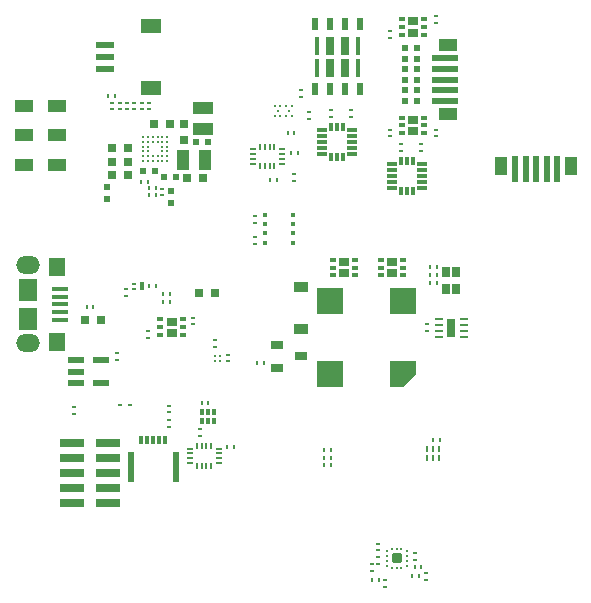
<source format=gbp>
G04*
G04 #@! TF.GenerationSoftware,Altium Limited,Altium Designer,21.0.9 (235)*
G04*
G04 Layer_Color=128*
%FSLAX24Y24*%
%MOIN*%
G70*
G04*
G04 #@! TF.SameCoordinates,7913F74A-1B9B-402C-A4C5-A7CF04877313*
G04*
G04*
G04 #@! TF.FilePolarity,Positive*
G04*
G01*
G75*
%ADD23O,0.0091X0.0098*%
%ADD24O,0.0098X0.0091*%
G04:AMPARAMS|DCode=25|XSize=33.5mil|YSize=33.5mil|CornerRadius=4.2mil|HoleSize=0mil|Usage=FLASHONLY|Rotation=180.000|XOffset=0mil|YOffset=0mil|HoleType=Round|Shape=RoundedRectangle|*
%AMROUNDEDRECTD25*
21,1,0.0335,0.0251,0,0,180.0*
21,1,0.0251,0.0335,0,0,180.0*
1,1,0.0084,-0.0125,0.0125*
1,1,0.0084,0.0125,0.0125*
1,1,0.0084,0.0125,-0.0125*
1,1,0.0084,-0.0125,-0.0125*
%
%ADD25ROUNDEDRECTD25*%
%ADD26R,0.0106X0.0118*%
%ADD27R,0.0118X0.0106*%
%ADD29R,0.0315X0.0295*%
%ADD30R,0.0295X0.0315*%
%ADD32R,0.0236X0.0197*%
%ADD157C,0.0098*%
%ADD167C,0.0093*%
%ADD169R,0.0118X0.0193*%
%ADD170R,0.0118X0.0205*%
%ADD171R,0.0571X0.0217*%
%ADD172R,0.0571X0.0217*%
%ADD175R,0.0197X0.0433*%
%ADD176R,0.0138X0.0591*%
%ADD177R,0.0276X0.0591*%
%ADD178R,0.0866X0.0866*%
%ADD179R,0.0157X0.0098*%
%ADD180R,0.0157X0.0276*%
%ADD181R,0.0295X0.0591*%
%ADD182R,0.0256X0.0098*%
%ADD183R,0.0799X0.0299*%
%ADD184R,0.0622X0.0417*%
%ADD185R,0.0858X0.0236*%
%ADD186R,0.0551X0.0630*%
%ADD187R,0.0610X0.0748*%
%ADD188R,0.0531X0.0157*%
%ADD189R,0.0630X0.0394*%
%ADD190R,0.0236X0.0217*%
%ADD191R,0.0256X0.0335*%
%ADD192R,0.0236X0.1024*%
%ADD193R,0.0118X0.0315*%
%ADD194C,0.0083*%
%ADD195R,0.0364X0.0118*%
%ADD196R,0.0157X0.0157*%
%ADD197R,0.0610X0.0236*%
%ADD198R,0.0709X0.0472*%
%ADD199R,0.0709X0.0394*%
%ADD200R,0.0098X0.0207*%
%ADD201R,0.0142X0.0098*%
%ADD202R,0.0480X0.0360*%
%ADD203R,0.0400X0.0300*%
%ADD204R,0.0362X0.0280*%
%ADD205R,0.0217X0.0165*%
%ADD206R,0.0217X0.0236*%
%ADD207R,0.0394X0.0709*%
%ADD208R,0.0417X0.0622*%
%ADD209R,0.0236X0.0858*%
%ADD264O,0.0787X0.0591*%
%ADD265O,0.0240X0.0071*%
%ADD266O,0.0071X0.0240*%
G36*
X13504Y7638D02*
X13071Y7205D01*
X12638D01*
Y8071D01*
X13504D01*
Y7638D01*
D02*
G37*
G36*
Y9646D02*
X12638D01*
Y10512D01*
X13504D01*
Y9646D01*
D02*
G37*
D23*
X12530Y1755D02*
D03*
Y1577D02*
D03*
X12530Y1400D02*
D03*
X12530Y1223D02*
D03*
X13195Y1755D02*
D03*
Y1577D02*
D03*
Y1400D02*
D03*
Y1223D02*
D03*
D24*
X12705Y1821D02*
D03*
X12863D02*
D03*
X13020D02*
D03*
Y1156D02*
D03*
X12863D02*
D03*
X12705D02*
D03*
D25*
X12863Y1489D02*
D03*
D26*
X4823Y13836D02*
D03*
X4599D02*
D03*
X8638Y14110D02*
D03*
X8862D02*
D03*
X9338Y15010D02*
D03*
X9562D02*
D03*
X6358Y6660D02*
D03*
X6582D02*
D03*
X4618Y10570D02*
D03*
X4842D02*
D03*
X5088Y10050D02*
D03*
X5312D02*
D03*
X5312Y10300D02*
D03*
X5088Y10300D02*
D03*
X10662Y5100D02*
D03*
X10438D02*
D03*
X10662Y4850D02*
D03*
X10438D02*
D03*
X10662Y4600D02*
D03*
X10438D02*
D03*
X14076Y5430D02*
D03*
X14300Y5430D02*
D03*
X8198Y8010D02*
D03*
X8422D02*
D03*
X13460Y1219D02*
D03*
X13685D02*
D03*
X14192Y10659D02*
D03*
X13968D02*
D03*
X14192Y10929D02*
D03*
X13968D02*
D03*
X14192Y11199D02*
D03*
X13968D02*
D03*
X4823Y13596D02*
D03*
X4599D02*
D03*
X3472Y16900D02*
D03*
X3248D02*
D03*
X4562Y14050D02*
D03*
X4338D02*
D03*
X13382Y900D02*
D03*
X13606D02*
D03*
X12265Y759D02*
D03*
X12040D02*
D03*
X2528Y9860D02*
D03*
X2752D02*
D03*
X9452Y15660D02*
D03*
X9228D02*
D03*
X7208Y5220D02*
D03*
X7432D02*
D03*
D27*
X9447Y14085D02*
D03*
Y14309D02*
D03*
X7224Y8281D02*
D03*
Y8057D02*
D03*
X6801Y8774D02*
D03*
Y8549D02*
D03*
X4588Y8832D02*
D03*
Y9056D02*
D03*
X4361Y16681D02*
D03*
Y16456D02*
D03*
X5051Y13818D02*
D03*
Y13594D02*
D03*
X12033Y1087D02*
D03*
Y1311D02*
D03*
X9660Y16878D02*
D03*
Y17102D02*
D03*
X3550Y8107D02*
D03*
Y8332D02*
D03*
X3840Y10248D02*
D03*
Y10472D02*
D03*
X3881Y16456D02*
D03*
Y16681D02*
D03*
X11330Y16218D02*
D03*
Y16442D02*
D03*
X6310Y5568D02*
D03*
Y5792D02*
D03*
X6082Y9294D02*
D03*
Y9518D02*
D03*
X12634Y15786D02*
D03*
Y15562D02*
D03*
X14178Y15786D02*
D03*
Y15562D02*
D03*
X12630Y19062D02*
D03*
Y18838D02*
D03*
X14178Y19349D02*
D03*
Y19573D02*
D03*
X3370Y16682D02*
D03*
Y16458D02*
D03*
X3641Y16681D02*
D03*
Y16456D02*
D03*
X4121Y16456D02*
D03*
Y16681D02*
D03*
X4601Y16456D02*
D03*
Y16681D02*
D03*
X10680Y16442D02*
D03*
Y16218D02*
D03*
X13463Y1661D02*
D03*
Y1437D02*
D03*
X13824Y991D02*
D03*
X13824Y767D02*
D03*
X12243Y1541D02*
D03*
Y1317D02*
D03*
X12483Y761D02*
D03*
X12483Y537D02*
D03*
X12243Y1981D02*
D03*
Y1757D02*
D03*
X13010Y15292D02*
D03*
Y15068D02*
D03*
X13660Y15292D02*
D03*
Y15068D02*
D03*
X13880Y9302D02*
D03*
Y9078D02*
D03*
X5270Y6112D02*
D03*
Y5888D02*
D03*
Y6582D02*
D03*
Y6358D02*
D03*
X8150Y12199D02*
D03*
X8150Y11974D02*
D03*
X8150Y12907D02*
D03*
X8150Y12683D02*
D03*
X9940Y16149D02*
D03*
X9940Y16373D02*
D03*
X2110Y6532D02*
D03*
Y6308D02*
D03*
D29*
X5771Y15430D02*
D03*
Y15962D02*
D03*
D30*
X2464Y9440D02*
D03*
X2996D02*
D03*
X6816Y10350D02*
D03*
X6284D02*
D03*
X3386Y14266D02*
D03*
X3917D02*
D03*
X3917Y14716D02*
D03*
X3386D02*
D03*
Y15166D02*
D03*
X3917D02*
D03*
X4776Y15986D02*
D03*
X5307D02*
D03*
X6398Y14156D02*
D03*
X5866D02*
D03*
D32*
X5118Y14215D02*
D03*
X5512D02*
D03*
X4803Y14410D02*
D03*
X4410D02*
D03*
D157*
X8791Y16227D02*
D03*
X8987D02*
D03*
X9184D02*
D03*
X9381D02*
D03*
X8889Y16398D02*
D03*
X9283D02*
D03*
X8791Y16569D02*
D03*
X8987D02*
D03*
X9184D02*
D03*
X9381D02*
D03*
D167*
X6969Y8071D02*
D03*
Y8228D02*
D03*
X6811Y8071D02*
D03*
Y8228D02*
D03*
D169*
X6777Y6082D02*
D03*
X6580D02*
D03*
X6383D02*
D03*
X6777Y6378D02*
D03*
X6580D02*
D03*
D170*
X6383Y6380D02*
D03*
D171*
X3013Y7346D02*
D03*
Y8094D02*
D03*
X2167D02*
D03*
Y7720D02*
D03*
D172*
X2167Y7346D02*
D03*
D175*
X11630Y17127D02*
D03*
X11130D02*
D03*
X10630D02*
D03*
X10130D02*
D03*
X11630Y19293D02*
D03*
X11130D02*
D03*
X10630D02*
D03*
X10130D02*
D03*
D176*
X11561Y18584D02*
D03*
Y17836D02*
D03*
X10199D02*
D03*
Y18584D02*
D03*
D177*
X10630Y17836D02*
D03*
Y18584D02*
D03*
X11130Y17836D02*
D03*
Y18584D02*
D03*
D178*
X10630Y7638D02*
D03*
X10630Y10079D02*
D03*
D179*
X4102Y10649D02*
D03*
Y10471D02*
D03*
D180*
X4378Y10560D02*
D03*
D181*
X14685Y9173D02*
D03*
D182*
X15108Y9469D02*
D03*
Y9272D02*
D03*
Y9075D02*
D03*
Y8878D02*
D03*
X14262Y9469D02*
D03*
Y9272D02*
D03*
Y9075D02*
D03*
Y8878D02*
D03*
D183*
X2037Y4823D02*
D03*
X3238Y3323D02*
D03*
Y3823D02*
D03*
Y4323D02*
D03*
Y4823D02*
D03*
Y5323D02*
D03*
X2037Y3323D02*
D03*
Y3823D02*
D03*
Y4323D02*
D03*
Y5323D02*
D03*
D184*
X14583Y18613D02*
D03*
Y16291D02*
D03*
D185*
X14465Y18161D02*
D03*
Y17806D02*
D03*
Y17098D02*
D03*
Y16743D02*
D03*
Y17452D02*
D03*
D186*
X1535Y8701D02*
D03*
Y11220D02*
D03*
D187*
X571Y10433D02*
D03*
Y9488D02*
D03*
D188*
X1624Y10472D02*
D03*
Y10217D02*
D03*
Y9449D02*
D03*
Y9705D02*
D03*
Y9961D02*
D03*
D189*
X1526Y16583D02*
D03*
Y14614D02*
D03*
Y15598D02*
D03*
X423D02*
D03*
Y14614D02*
D03*
Y16583D02*
D03*
D190*
X13547Y17800D02*
D03*
X13153D02*
D03*
X6577Y15380D02*
D03*
X6183D02*
D03*
X13153Y16750D02*
D03*
X13547D02*
D03*
X13153Y18500D02*
D03*
X13547D02*
D03*
X13153Y17450D02*
D03*
X13547D02*
D03*
X13153Y18150D02*
D03*
X13547D02*
D03*
X13153Y17100D02*
D03*
X13547D02*
D03*
D191*
X14852Y10463D02*
D03*
Y11033D02*
D03*
X14518D02*
D03*
Y10463D02*
D03*
D192*
X4000Y4528D02*
D03*
X5496D02*
D03*
D193*
X4551Y5433D02*
D03*
X4748D02*
D03*
X4945D02*
D03*
X5142D02*
D03*
X4354D02*
D03*
X13407Y14732D02*
D03*
X13210D02*
D03*
X13013D02*
D03*
Y13728D02*
D03*
X13210D02*
D03*
X13407D02*
D03*
X11077Y14878D02*
D03*
X10880D02*
D03*
X10683D02*
D03*
Y15882D02*
D03*
X10880D02*
D03*
X11077D02*
D03*
D194*
X4418Y14743D02*
D03*
X4575D02*
D03*
X4733D02*
D03*
X4890D02*
D03*
X5047D02*
D03*
X5205D02*
D03*
X4418Y14900D02*
D03*
X4575D02*
D03*
X4733D02*
D03*
X4890D02*
D03*
X5047D02*
D03*
X5205D02*
D03*
X4418Y15057D02*
D03*
X4575D02*
D03*
X5047D02*
D03*
X5205D02*
D03*
X4418Y15215D02*
D03*
X4575D02*
D03*
X5047D02*
D03*
X5205D02*
D03*
X4418Y15372D02*
D03*
X4575D02*
D03*
X4733D02*
D03*
X4890D02*
D03*
X5047D02*
D03*
X5205D02*
D03*
X4418Y15530D02*
D03*
X4575D02*
D03*
X4733D02*
D03*
X4890D02*
D03*
X5047D02*
D03*
X5205D02*
D03*
D195*
X12703Y14624D02*
D03*
Y14427D02*
D03*
Y14230D02*
D03*
Y14033D02*
D03*
Y13836D02*
D03*
X13717D02*
D03*
Y14033D02*
D03*
Y14230D02*
D03*
Y14427D02*
D03*
Y14624D02*
D03*
X11387Y15774D02*
D03*
Y15577D02*
D03*
Y15380D02*
D03*
Y15183D02*
D03*
Y14986D02*
D03*
X10373D02*
D03*
Y15183D02*
D03*
Y15380D02*
D03*
Y15577D02*
D03*
Y15774D02*
D03*
D196*
X9409Y12008D02*
D03*
Y12323D02*
D03*
Y12638D02*
D03*
Y12953D02*
D03*
X8465D02*
D03*
Y12638D02*
D03*
Y12323D02*
D03*
Y12008D02*
D03*
D197*
X3150Y17818D02*
D03*
Y18606D02*
D03*
Y18212D02*
D03*
D198*
X4675Y19235D02*
D03*
Y17188D02*
D03*
D199*
X6401Y16501D02*
D03*
Y15793D02*
D03*
D200*
X14275Y4853D02*
D03*
X14078D02*
D03*
X13881D02*
D03*
X14275Y5138D02*
D03*
X14078D02*
D03*
X13881D02*
D03*
D201*
X3645Y6590D02*
D03*
X3975D02*
D03*
D202*
X9685Y9143D02*
D03*
Y10543D02*
D03*
D203*
X9687Y8224D02*
D03*
X8860Y8598D02*
D03*
Y7850D02*
D03*
D204*
X11112Y10994D02*
D03*
Y11368D02*
D03*
X12707D02*
D03*
Y10994D02*
D03*
X5360Y9387D02*
D03*
Y9013D02*
D03*
X13406Y15743D02*
D03*
Y16117D02*
D03*
Y19018D02*
D03*
Y19392D02*
D03*
D205*
X10740Y11437D02*
D03*
Y11181D02*
D03*
Y10925D02*
D03*
X11484D02*
D03*
Y11181D02*
D03*
Y11437D02*
D03*
X13079D02*
D03*
Y11181D02*
D03*
Y10925D02*
D03*
X12335D02*
D03*
Y11181D02*
D03*
Y11437D02*
D03*
X5732Y9456D02*
D03*
Y9200D02*
D03*
Y8944D02*
D03*
X4988D02*
D03*
Y9200D02*
D03*
Y9456D02*
D03*
X13034Y15674D02*
D03*
Y15930D02*
D03*
Y16186D02*
D03*
X13778D02*
D03*
Y15930D02*
D03*
Y15674D02*
D03*
X13034Y18949D02*
D03*
Y19205D02*
D03*
Y19461D02*
D03*
X13778D02*
D03*
Y19205D02*
D03*
Y18949D02*
D03*
D206*
X3210Y13463D02*
D03*
Y13857D02*
D03*
X5340Y13353D02*
D03*
Y13747D02*
D03*
D207*
X5750Y14778D02*
D03*
X6458D02*
D03*
D208*
X18671Y14587D02*
D03*
X16348D02*
D03*
D209*
X17510Y14468D02*
D03*
X18219D02*
D03*
X17864D02*
D03*
X17156D02*
D03*
X16801D02*
D03*
D264*
X571Y11260D02*
D03*
Y8661D02*
D03*
D265*
X9032Y14654D02*
D03*
Y14811D02*
D03*
Y14969D02*
D03*
Y15126D02*
D03*
X8068D02*
D03*
Y14969D02*
D03*
Y14811D02*
D03*
Y14654D02*
D03*
X5958Y4674D02*
D03*
Y4831D02*
D03*
Y4989D02*
D03*
Y5146D02*
D03*
X6922D02*
D03*
Y4989D02*
D03*
Y4831D02*
D03*
Y4674D02*
D03*
D266*
X8786Y15215D02*
D03*
X8629D02*
D03*
X8471D02*
D03*
X8314D02*
D03*
Y14565D02*
D03*
X8471Y14565D02*
D03*
X8629D02*
D03*
X8786D02*
D03*
X6676Y4585D02*
D03*
X6519D02*
D03*
X6361D02*
D03*
X6204D02*
D03*
Y5235D02*
D03*
X6361D02*
D03*
X6519D02*
D03*
X6676D02*
D03*
M02*

</source>
